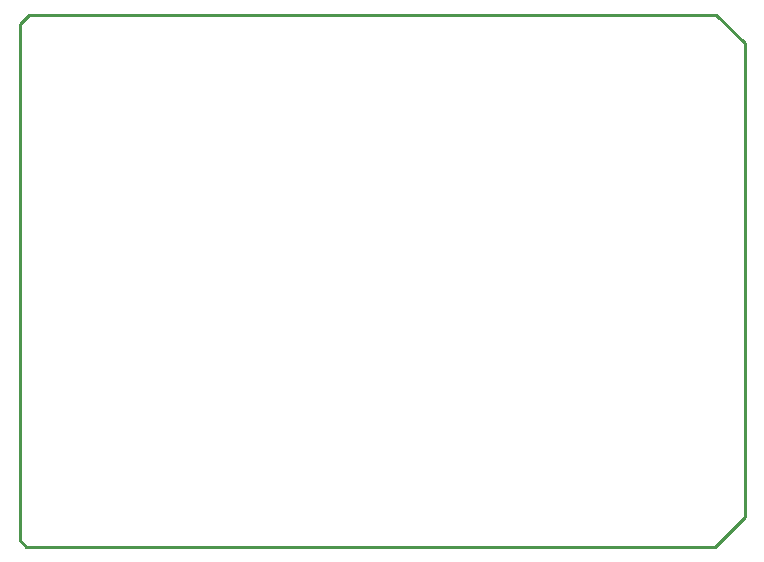
<source format=gko>
G04*
G04 #@! TF.GenerationSoftware,Altium Limited,Altium Designer,18.1.9 (240)*
G04*
G04 Layer_Color=16711935*
%FSLAX25Y25*%
%MOIN*%
G70*
G01*
G75*
%ADD11C,0.01000*%
D11*
X-78500Y-217500D02*
X151000D01*
X-80750Y-215250D02*
X-78500Y-217500D01*
X-80750Y-215250D02*
Y-43250D01*
X-77500Y-40000D02*
X151500D01*
X-80750Y-43250D02*
X-77500Y-40000D01*
X151000Y-217500D02*
X161000Y-207500D01*
Y-49500D01*
X151500Y-40000D02*
X161000Y-49500D01*
M02*

</source>
